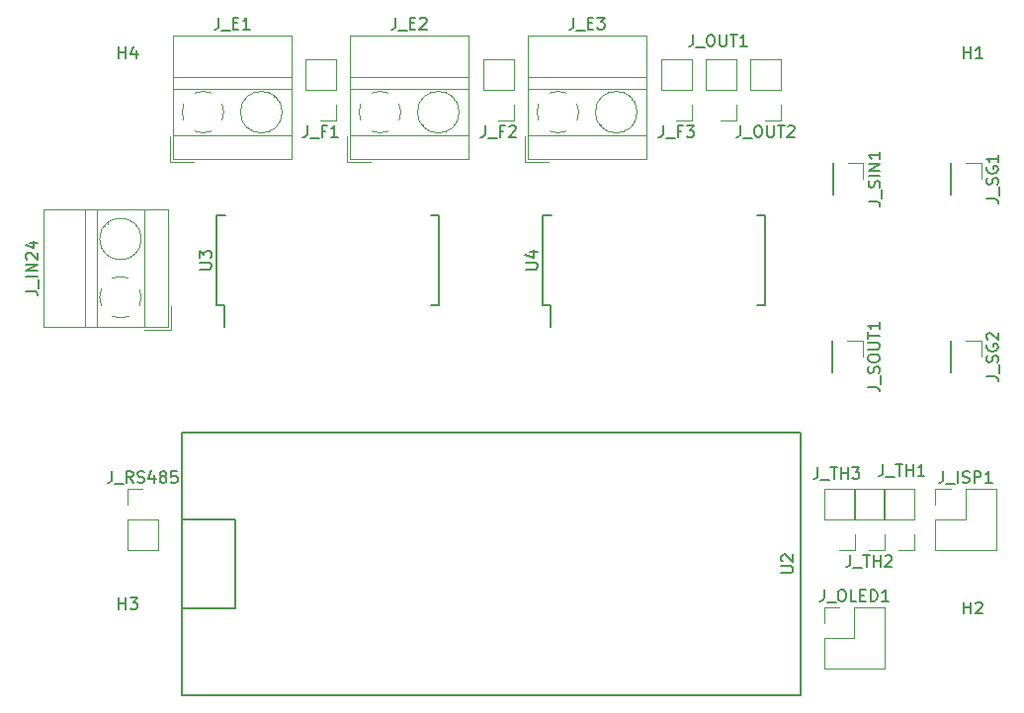
<source format=gbr>
G04 #@! TF.GenerationSoftware,KiCad,Pcbnew,(5.0.1-3-g963ef8bb5)*
G04 #@! TF.CreationDate,2019-10-11T12:22:28+03:00*
G04 #@! TF.ProjectId,thermocontrol,746865726D6F636F6E74726F6C2E6B69,rev?*
G04 #@! TF.SameCoordinates,Original*
G04 #@! TF.FileFunction,Legend,Top*
G04 #@! TF.FilePolarity,Positive*
%FSLAX46Y46*%
G04 Gerber Fmt 4.6, Leading zero omitted, Abs format (unit mm)*
G04 Created by KiCad (PCBNEW (5.0.1-3-g963ef8bb5)) date 2019 October 11, Friday 12:22:28*
%MOMM*%
%LPD*%
G01*
G04 APERTURE LIST*
%ADD10C,0.120000*%
%ADD11C,0.150000*%
G04 APERTURE END LIST*
D10*
G04 #@! TO.C,J_RS485*
X162500000Y-66735000D02*
X165160000Y-66735000D01*
X162500000Y-64135000D02*
X162500000Y-66735000D01*
X165160000Y-64135000D02*
X165160000Y-66735000D01*
X162500000Y-64135000D02*
X165160000Y-64135000D01*
X162500000Y-62865000D02*
X162500000Y-61535000D01*
X162500000Y-61535000D02*
X163830000Y-61535000D01*
G04 #@! TO.C,J_IN24*
X163563499Y-44389499D02*
G75*
G02X163705000Y-45085000I-1638499J-695501D01*
G01*
X161229484Y-43445795D02*
G75*
G02X162621000Y-43446000I695516J-1639205D01*
G01*
X160285795Y-45780516D02*
G75*
G02X160286000Y-44389000I1639205J695516D01*
G01*
X162620516Y-46724205D02*
G75*
G02X161229000Y-46724000I-695516J1639205D01*
G01*
X163705389Y-45054186D02*
G75*
G02X163564000Y-45781000I-1780389J-30814D01*
G01*
X163705000Y-40085000D02*
G75*
G03X163705000Y-40085000I-1780000J0D01*
G01*
X163925000Y-47645000D02*
X163925000Y-37525000D01*
X159925000Y-47645000D02*
X159925000Y-37525000D01*
X158925000Y-47645000D02*
X158925000Y-37525000D01*
X155365000Y-47645000D02*
X155365000Y-37525000D01*
X165985000Y-47645000D02*
X165985000Y-37525000D01*
X155365000Y-47645000D02*
X165985000Y-47645000D01*
X155365000Y-37525000D02*
X165985000Y-37525000D01*
X160792000Y-38735000D02*
X160842000Y-38784000D01*
X163250000Y-41193000D02*
X163275000Y-41217000D01*
X160575000Y-38952000D02*
X160599000Y-38977000D01*
X163008000Y-41385000D02*
X163058000Y-41435000D01*
X163985000Y-47885000D02*
X166225000Y-47885000D01*
X166225000Y-47885000D02*
X166225000Y-45885000D01*
D11*
G04 #@! TO.C,U2*
X220175000Y-79195000D02*
X167175000Y-79195000D01*
X220175000Y-56695000D02*
X220175000Y-79195000D01*
X167175000Y-56695000D02*
X220175000Y-56695000D01*
X167175000Y-79195000D02*
X167175000Y-56695000D01*
X171775000Y-64145000D02*
X167275000Y-64145000D01*
X171775000Y-71745000D02*
X171775000Y-64145000D01*
X167275000Y-71745000D02*
X171775000Y-71745000D01*
D10*
G04 #@! TO.C,J_ISP1*
X231715000Y-66735000D02*
X236915000Y-66735000D01*
X231715000Y-64135000D02*
X231715000Y-66735000D01*
X236915000Y-61535000D02*
X236915000Y-66735000D01*
X231715000Y-64135000D02*
X234315000Y-64135000D01*
X234315000Y-64135000D02*
X234315000Y-61535000D01*
X234315000Y-61535000D02*
X236915000Y-61535000D01*
X231715000Y-62865000D02*
X231715000Y-61535000D01*
X231715000Y-61535000D02*
X233045000Y-61535000D01*
G04 #@! TO.C,J_OUT2*
X218500000Y-29905000D02*
X217170000Y-29905000D01*
X218500000Y-28575000D02*
X218500000Y-29905000D01*
X218500000Y-27305000D02*
X215840000Y-27305000D01*
X215840000Y-27305000D02*
X215840000Y-24705000D01*
X218500000Y-27305000D02*
X218500000Y-24705000D01*
X218500000Y-24705000D02*
X215840000Y-24705000D01*
G04 #@! TO.C,J_OUT1*
X214690000Y-24705000D02*
X212030000Y-24705000D01*
X214690000Y-27305000D02*
X214690000Y-24705000D01*
X212030000Y-27305000D02*
X212030000Y-24705000D01*
X214690000Y-27305000D02*
X212030000Y-27305000D01*
X214690000Y-28575000D02*
X214690000Y-29905000D01*
X214690000Y-29905000D02*
X213360000Y-29905000D01*
G04 #@! TO.C,J_OLED1*
X222190000Y-76895000D02*
X227390000Y-76895000D01*
X222190000Y-74295000D02*
X222190000Y-76895000D01*
X227390000Y-71695000D02*
X227390000Y-76895000D01*
X222190000Y-74295000D02*
X224790000Y-74295000D01*
X224790000Y-74295000D02*
X224790000Y-71695000D01*
X224790000Y-71695000D02*
X227390000Y-71695000D01*
X222190000Y-73025000D02*
X222190000Y-71695000D01*
X222190000Y-71695000D02*
X223520000Y-71695000D01*
G04 #@! TO.C,J_SOUT1*
X225485000Y-48835000D02*
X225485000Y-50165000D01*
X224155000Y-48835000D02*
X225485000Y-48835000D01*
X222885000Y-48835000D02*
X222885000Y-51495000D01*
X222885000Y-51495000D02*
X222825000Y-51495000D01*
X222885000Y-48835000D02*
X222825000Y-48835000D01*
X222825000Y-48835000D02*
X222825000Y-51495000D01*
G04 #@! TO.C,J_SIN1*
X222885000Y-33595000D02*
X222885000Y-36255000D01*
X222945000Y-33595000D02*
X222885000Y-33595000D01*
X222945000Y-36255000D02*
X222885000Y-36255000D01*
X222945000Y-33595000D02*
X222945000Y-36255000D01*
X224215000Y-33595000D02*
X225545000Y-33595000D01*
X225545000Y-33595000D02*
X225545000Y-34925000D01*
G04 #@! TO.C,J_SG2*
X235645000Y-48835000D02*
X235645000Y-50165000D01*
X234315000Y-48835000D02*
X235645000Y-48835000D01*
X233045000Y-48835000D02*
X233045000Y-51495000D01*
X233045000Y-51495000D02*
X232985000Y-51495000D01*
X233045000Y-48835000D02*
X232985000Y-48835000D01*
X232985000Y-48835000D02*
X232985000Y-51495000D01*
G04 #@! TO.C,J_SG1*
X232985000Y-33595000D02*
X232985000Y-36255000D01*
X233045000Y-33595000D02*
X232985000Y-33595000D01*
X233045000Y-36255000D02*
X232985000Y-36255000D01*
X233045000Y-33595000D02*
X233045000Y-36255000D01*
X234315000Y-33595000D02*
X235645000Y-33595000D01*
X235645000Y-33595000D02*
X235645000Y-34925000D01*
G04 #@! TO.C,J_TH3*
X224850000Y-66735000D02*
X223520000Y-66735000D01*
X224850000Y-65405000D02*
X224850000Y-66735000D01*
X224850000Y-64135000D02*
X222190000Y-64135000D01*
X222190000Y-64135000D02*
X222190000Y-61535000D01*
X224850000Y-64135000D02*
X224850000Y-61535000D01*
X224850000Y-61535000D02*
X222190000Y-61535000D01*
G04 #@! TO.C,J_TH2*
X227390000Y-61535000D02*
X224730000Y-61535000D01*
X227390000Y-64135000D02*
X227390000Y-61535000D01*
X224730000Y-64135000D02*
X224730000Y-61535000D01*
X227390000Y-64135000D02*
X224730000Y-64135000D01*
X227390000Y-65405000D02*
X227390000Y-66735000D01*
X227390000Y-66735000D02*
X226060000Y-66735000D01*
G04 #@! TO.C,J_TH1*
X229930000Y-66735000D02*
X228600000Y-66735000D01*
X229930000Y-65405000D02*
X229930000Y-66735000D01*
X229930000Y-64135000D02*
X227270000Y-64135000D01*
X227270000Y-64135000D02*
X227270000Y-61535000D01*
X229930000Y-64135000D02*
X229930000Y-61535000D01*
X229930000Y-61535000D02*
X227270000Y-61535000D01*
G04 #@! TO.C,J_F3*
X210880000Y-24705000D02*
X208220000Y-24705000D01*
X210880000Y-27305000D02*
X210880000Y-24705000D01*
X208220000Y-27305000D02*
X208220000Y-24705000D01*
X210880000Y-27305000D02*
X208220000Y-27305000D01*
X210880000Y-28575000D02*
X210880000Y-29905000D01*
X210880000Y-29905000D02*
X209550000Y-29905000D01*
G04 #@! TO.C,J_F2*
X195640000Y-29905000D02*
X194310000Y-29905000D01*
X195640000Y-28575000D02*
X195640000Y-29905000D01*
X195640000Y-27305000D02*
X192980000Y-27305000D01*
X192980000Y-27305000D02*
X192980000Y-24705000D01*
X195640000Y-27305000D02*
X195640000Y-24705000D01*
X195640000Y-24705000D02*
X192980000Y-24705000D01*
G04 #@! TO.C,J_F1*
X180400000Y-24705000D02*
X177740000Y-24705000D01*
X180400000Y-27305000D02*
X180400000Y-24705000D01*
X177740000Y-27305000D02*
X177740000Y-24705000D01*
X180400000Y-27305000D02*
X177740000Y-27305000D01*
X180400000Y-28575000D02*
X180400000Y-29905000D01*
X180400000Y-29905000D02*
X179070000Y-29905000D01*
D11*
G04 #@! TO.C,U3*
X170830000Y-45785000D02*
X170830000Y-47610000D01*
X189230000Y-45785000D02*
X189230000Y-38035000D01*
X170180000Y-45785000D02*
X170180000Y-38035000D01*
X189230000Y-45785000D02*
X188485000Y-45785000D01*
X189230000Y-38035000D02*
X188485000Y-38035000D01*
X170180000Y-38035000D02*
X170925000Y-38035000D01*
X170180000Y-45785000D02*
X170830000Y-45785000D01*
G04 #@! TO.C,U4*
X198120000Y-45785000D02*
X198770000Y-45785000D01*
X198120000Y-38035000D02*
X198865000Y-38035000D01*
X217170000Y-38035000D02*
X216425000Y-38035000D01*
X217170000Y-45785000D02*
X216425000Y-45785000D01*
X198120000Y-45785000D02*
X198120000Y-38035000D01*
X217170000Y-45785000D02*
X217170000Y-38035000D01*
X198770000Y-45785000D02*
X198770000Y-47610000D01*
D10*
G04 #@! TO.C,J_E2*
X184845501Y-30848499D02*
G75*
G02X184150000Y-30990000I-695501J1638499D01*
G01*
X185789205Y-28514484D02*
G75*
G02X185789000Y-29906000I-1639205J-695516D01*
G01*
X183454484Y-27570795D02*
G75*
G02X184846000Y-27571000I695516J-1639205D01*
G01*
X182510795Y-29905516D02*
G75*
G02X182511000Y-28514000I1639205J695516D01*
G01*
X184180814Y-30990389D02*
G75*
G02X183454000Y-30849000I-30814J1780389D01*
G01*
X190930000Y-29210000D02*
G75*
G03X190930000Y-29210000I-1780000J0D01*
G01*
X181590000Y-31210000D02*
X191710000Y-31210000D01*
X181590000Y-27210000D02*
X191710000Y-27210000D01*
X181590000Y-26210000D02*
X191710000Y-26210000D01*
X181590000Y-22650000D02*
X191710000Y-22650000D01*
X181590000Y-33270000D02*
X191710000Y-33270000D01*
X181590000Y-22650000D02*
X181590000Y-33270000D01*
X191710000Y-22650000D02*
X191710000Y-33270000D01*
X190500000Y-28077000D02*
X190451000Y-28127000D01*
X188042000Y-30535000D02*
X188018000Y-30560000D01*
X190283000Y-27860000D02*
X190258000Y-27884000D01*
X187850000Y-30293000D02*
X187800000Y-30343000D01*
X181350000Y-31270000D02*
X181350000Y-33510000D01*
X181350000Y-33510000D02*
X183350000Y-33510000D01*
G04 #@! TO.C,J_E1*
X166190000Y-33510000D02*
X168190000Y-33510000D01*
X166190000Y-31270000D02*
X166190000Y-33510000D01*
X172690000Y-30293000D02*
X172640000Y-30343000D01*
X175123000Y-27860000D02*
X175098000Y-27884000D01*
X172882000Y-30535000D02*
X172858000Y-30560000D01*
X175340000Y-28077000D02*
X175291000Y-28127000D01*
X176550000Y-22650000D02*
X176550000Y-33270000D01*
X166430000Y-22650000D02*
X166430000Y-33270000D01*
X166430000Y-33270000D02*
X176550000Y-33270000D01*
X166430000Y-22650000D02*
X176550000Y-22650000D01*
X166430000Y-26210000D02*
X176550000Y-26210000D01*
X166430000Y-27210000D02*
X176550000Y-27210000D01*
X166430000Y-31210000D02*
X176550000Y-31210000D01*
X175770000Y-29210000D02*
G75*
G03X175770000Y-29210000I-1780000J0D01*
G01*
X169020814Y-30990389D02*
G75*
G02X168294000Y-30849000I-30814J1780389D01*
G01*
X167350795Y-29905516D02*
G75*
G02X167351000Y-28514000I1639205J695516D01*
G01*
X168294484Y-27570795D02*
G75*
G02X169686000Y-27571000I695516J-1639205D01*
G01*
X170629205Y-28514484D02*
G75*
G02X170629000Y-29906000I-1639205J-695516D01*
G01*
X169685501Y-30848499D02*
G75*
G02X168990000Y-30990000I-695501J1638499D01*
G01*
G04 #@! TO.C,J_E3*
X200085501Y-30848499D02*
G75*
G02X199390000Y-30990000I-695501J1638499D01*
G01*
X201029205Y-28514484D02*
G75*
G02X201029000Y-29906000I-1639205J-695516D01*
G01*
X198694484Y-27570795D02*
G75*
G02X200086000Y-27571000I695516J-1639205D01*
G01*
X197750795Y-29905516D02*
G75*
G02X197751000Y-28514000I1639205J695516D01*
G01*
X199420814Y-30990389D02*
G75*
G02X198694000Y-30849000I-30814J1780389D01*
G01*
X206170000Y-29210000D02*
G75*
G03X206170000Y-29210000I-1780000J0D01*
G01*
X196830000Y-31210000D02*
X206950000Y-31210000D01*
X196830000Y-27210000D02*
X206950000Y-27210000D01*
X196830000Y-26210000D02*
X206950000Y-26210000D01*
X196830000Y-22650000D02*
X206950000Y-22650000D01*
X196830000Y-33270000D02*
X206950000Y-33270000D01*
X196830000Y-22650000D02*
X196830000Y-33270000D01*
X206950000Y-22650000D02*
X206950000Y-33270000D01*
X205740000Y-28077000D02*
X205691000Y-28127000D01*
X203282000Y-30535000D02*
X203258000Y-30560000D01*
X205523000Y-27860000D02*
X205498000Y-27884000D01*
X203090000Y-30293000D02*
X203040000Y-30343000D01*
X196590000Y-31270000D02*
X196590000Y-33510000D01*
X196590000Y-33510000D02*
X198590000Y-33510000D01*
G04 #@! TO.C,J_RS485*
D11*
X161187142Y-59987380D02*
X161187142Y-60701666D01*
X161139523Y-60844523D01*
X161044285Y-60939761D01*
X160901428Y-60987380D01*
X160806190Y-60987380D01*
X161425238Y-61082619D02*
X162187142Y-61082619D01*
X162996666Y-60987380D02*
X162663333Y-60511190D01*
X162425238Y-60987380D02*
X162425238Y-59987380D01*
X162806190Y-59987380D01*
X162901428Y-60035000D01*
X162949047Y-60082619D01*
X162996666Y-60177857D01*
X162996666Y-60320714D01*
X162949047Y-60415952D01*
X162901428Y-60463571D01*
X162806190Y-60511190D01*
X162425238Y-60511190D01*
X163377619Y-60939761D02*
X163520476Y-60987380D01*
X163758571Y-60987380D01*
X163853809Y-60939761D01*
X163901428Y-60892142D01*
X163949047Y-60796904D01*
X163949047Y-60701666D01*
X163901428Y-60606428D01*
X163853809Y-60558809D01*
X163758571Y-60511190D01*
X163568095Y-60463571D01*
X163472857Y-60415952D01*
X163425238Y-60368333D01*
X163377619Y-60273095D01*
X163377619Y-60177857D01*
X163425238Y-60082619D01*
X163472857Y-60035000D01*
X163568095Y-59987380D01*
X163806190Y-59987380D01*
X163949047Y-60035000D01*
X164806190Y-60320714D02*
X164806190Y-60987380D01*
X164568095Y-59939761D02*
X164330000Y-60654047D01*
X164949047Y-60654047D01*
X165472857Y-60415952D02*
X165377619Y-60368333D01*
X165330000Y-60320714D01*
X165282380Y-60225476D01*
X165282380Y-60177857D01*
X165330000Y-60082619D01*
X165377619Y-60035000D01*
X165472857Y-59987380D01*
X165663333Y-59987380D01*
X165758571Y-60035000D01*
X165806190Y-60082619D01*
X165853809Y-60177857D01*
X165853809Y-60225476D01*
X165806190Y-60320714D01*
X165758571Y-60368333D01*
X165663333Y-60415952D01*
X165472857Y-60415952D01*
X165377619Y-60463571D01*
X165330000Y-60511190D01*
X165282380Y-60606428D01*
X165282380Y-60796904D01*
X165330000Y-60892142D01*
X165377619Y-60939761D01*
X165472857Y-60987380D01*
X165663333Y-60987380D01*
X165758571Y-60939761D01*
X165806190Y-60892142D01*
X165853809Y-60796904D01*
X165853809Y-60606428D01*
X165806190Y-60511190D01*
X165758571Y-60463571D01*
X165663333Y-60415952D01*
X166758571Y-59987380D02*
X166282380Y-59987380D01*
X166234761Y-60463571D01*
X166282380Y-60415952D01*
X166377619Y-60368333D01*
X166615714Y-60368333D01*
X166710952Y-60415952D01*
X166758571Y-60463571D01*
X166806190Y-60558809D01*
X166806190Y-60796904D01*
X166758571Y-60892142D01*
X166710952Y-60939761D01*
X166615714Y-60987380D01*
X166377619Y-60987380D01*
X166282380Y-60939761D01*
X166234761Y-60892142D01*
G04 #@! TO.C,J_IN24*
X153817380Y-44537380D02*
X154531666Y-44537380D01*
X154674523Y-44585000D01*
X154769761Y-44680238D01*
X154817380Y-44823095D01*
X154817380Y-44918333D01*
X154912619Y-44299285D02*
X154912619Y-43537380D01*
X154817380Y-43299285D02*
X153817380Y-43299285D01*
X154817380Y-42823095D02*
X153817380Y-42823095D01*
X154817380Y-42251666D01*
X153817380Y-42251666D01*
X153912619Y-41823095D02*
X153865000Y-41775476D01*
X153817380Y-41680238D01*
X153817380Y-41442142D01*
X153865000Y-41346904D01*
X153912619Y-41299285D01*
X154007857Y-41251666D01*
X154103095Y-41251666D01*
X154245952Y-41299285D01*
X154817380Y-41870714D01*
X154817380Y-41251666D01*
X154150714Y-40394523D02*
X154817380Y-40394523D01*
X153769761Y-40632619D02*
X154484047Y-40870714D01*
X154484047Y-40251666D01*
G04 #@! TO.C,U2*
X218527380Y-68706904D02*
X219336904Y-68706904D01*
X219432142Y-68659285D01*
X219479761Y-68611666D01*
X219527380Y-68516428D01*
X219527380Y-68325952D01*
X219479761Y-68230714D01*
X219432142Y-68183095D01*
X219336904Y-68135476D01*
X218527380Y-68135476D01*
X218622619Y-67706904D02*
X218575000Y-67659285D01*
X218527380Y-67564047D01*
X218527380Y-67325952D01*
X218575000Y-67230714D01*
X218622619Y-67183095D01*
X218717857Y-67135476D01*
X218813095Y-67135476D01*
X218955952Y-67183095D01*
X219527380Y-67754523D01*
X219527380Y-67135476D01*
G04 #@! TO.C,J_ISP1*
X232386428Y-59987380D02*
X232386428Y-60701666D01*
X232338809Y-60844523D01*
X232243571Y-60939761D01*
X232100714Y-60987380D01*
X232005476Y-60987380D01*
X232624523Y-61082619D02*
X233386428Y-61082619D01*
X233624523Y-60987380D02*
X233624523Y-59987380D01*
X234053095Y-60939761D02*
X234195952Y-60987380D01*
X234434047Y-60987380D01*
X234529285Y-60939761D01*
X234576904Y-60892142D01*
X234624523Y-60796904D01*
X234624523Y-60701666D01*
X234576904Y-60606428D01*
X234529285Y-60558809D01*
X234434047Y-60511190D01*
X234243571Y-60463571D01*
X234148333Y-60415952D01*
X234100714Y-60368333D01*
X234053095Y-60273095D01*
X234053095Y-60177857D01*
X234100714Y-60082619D01*
X234148333Y-60035000D01*
X234243571Y-59987380D01*
X234481666Y-59987380D01*
X234624523Y-60035000D01*
X235053095Y-60987380D02*
X235053095Y-59987380D01*
X235434047Y-59987380D01*
X235529285Y-60035000D01*
X235576904Y-60082619D01*
X235624523Y-60177857D01*
X235624523Y-60320714D01*
X235576904Y-60415952D01*
X235529285Y-60463571D01*
X235434047Y-60511190D01*
X235053095Y-60511190D01*
X236576904Y-60987380D02*
X236005476Y-60987380D01*
X236291190Y-60987380D02*
X236291190Y-59987380D01*
X236195952Y-60130238D01*
X236100714Y-60225476D01*
X236005476Y-60273095D01*
G04 #@! TO.C,J_OUT2*
X215027142Y-30357380D02*
X215027142Y-31071666D01*
X214979523Y-31214523D01*
X214884285Y-31309761D01*
X214741428Y-31357380D01*
X214646190Y-31357380D01*
X215265238Y-31452619D02*
X216027142Y-31452619D01*
X216455714Y-30357380D02*
X216646190Y-30357380D01*
X216741428Y-30405000D01*
X216836666Y-30500238D01*
X216884285Y-30690714D01*
X216884285Y-31024047D01*
X216836666Y-31214523D01*
X216741428Y-31309761D01*
X216646190Y-31357380D01*
X216455714Y-31357380D01*
X216360476Y-31309761D01*
X216265238Y-31214523D01*
X216217619Y-31024047D01*
X216217619Y-30690714D01*
X216265238Y-30500238D01*
X216360476Y-30405000D01*
X216455714Y-30357380D01*
X217312857Y-30357380D02*
X217312857Y-31166904D01*
X217360476Y-31262142D01*
X217408095Y-31309761D01*
X217503333Y-31357380D01*
X217693809Y-31357380D01*
X217789047Y-31309761D01*
X217836666Y-31262142D01*
X217884285Y-31166904D01*
X217884285Y-30357380D01*
X218217619Y-30357380D02*
X218789047Y-30357380D01*
X218503333Y-31357380D02*
X218503333Y-30357380D01*
X219074761Y-30452619D02*
X219122380Y-30405000D01*
X219217619Y-30357380D01*
X219455714Y-30357380D01*
X219550952Y-30405000D01*
X219598571Y-30452619D01*
X219646190Y-30547857D01*
X219646190Y-30643095D01*
X219598571Y-30785952D01*
X219027142Y-31357380D01*
X219646190Y-31357380D01*
G04 #@! TO.C,J_OUT1*
X210963142Y-22566380D02*
X210963142Y-23280666D01*
X210915523Y-23423523D01*
X210820285Y-23518761D01*
X210677428Y-23566380D01*
X210582190Y-23566380D01*
X211201238Y-23661619D02*
X211963142Y-23661619D01*
X212391714Y-22566380D02*
X212582190Y-22566380D01*
X212677428Y-22614000D01*
X212772666Y-22709238D01*
X212820285Y-22899714D01*
X212820285Y-23233047D01*
X212772666Y-23423523D01*
X212677428Y-23518761D01*
X212582190Y-23566380D01*
X212391714Y-23566380D01*
X212296476Y-23518761D01*
X212201238Y-23423523D01*
X212153619Y-23233047D01*
X212153619Y-22899714D01*
X212201238Y-22709238D01*
X212296476Y-22614000D01*
X212391714Y-22566380D01*
X213248857Y-22566380D02*
X213248857Y-23375904D01*
X213296476Y-23471142D01*
X213344095Y-23518761D01*
X213439333Y-23566380D01*
X213629809Y-23566380D01*
X213725047Y-23518761D01*
X213772666Y-23471142D01*
X213820285Y-23375904D01*
X213820285Y-22566380D01*
X214153619Y-22566380D02*
X214725047Y-22566380D01*
X214439333Y-23566380D02*
X214439333Y-22566380D01*
X215582190Y-23566380D02*
X215010761Y-23566380D01*
X215296476Y-23566380D02*
X215296476Y-22566380D01*
X215201238Y-22709238D01*
X215106000Y-22804476D01*
X215010761Y-22852095D01*
G04 #@! TO.C,J_OLED1*
X222194761Y-70147380D02*
X222194761Y-70861666D01*
X222147142Y-71004523D01*
X222051904Y-71099761D01*
X221909047Y-71147380D01*
X221813809Y-71147380D01*
X222432857Y-71242619D02*
X223194761Y-71242619D01*
X223623333Y-70147380D02*
X223813809Y-70147380D01*
X223909047Y-70195000D01*
X224004285Y-70290238D01*
X224051904Y-70480714D01*
X224051904Y-70814047D01*
X224004285Y-71004523D01*
X223909047Y-71099761D01*
X223813809Y-71147380D01*
X223623333Y-71147380D01*
X223528095Y-71099761D01*
X223432857Y-71004523D01*
X223385238Y-70814047D01*
X223385238Y-70480714D01*
X223432857Y-70290238D01*
X223528095Y-70195000D01*
X223623333Y-70147380D01*
X224956666Y-71147380D02*
X224480476Y-71147380D01*
X224480476Y-70147380D01*
X225290000Y-70623571D02*
X225623333Y-70623571D01*
X225766190Y-71147380D02*
X225290000Y-71147380D01*
X225290000Y-70147380D01*
X225766190Y-70147380D01*
X226194761Y-71147380D02*
X226194761Y-70147380D01*
X226432857Y-70147380D01*
X226575714Y-70195000D01*
X226670952Y-70290238D01*
X226718571Y-70385476D01*
X226766190Y-70575952D01*
X226766190Y-70718809D01*
X226718571Y-70909285D01*
X226670952Y-71004523D01*
X226575714Y-71099761D01*
X226432857Y-71147380D01*
X226194761Y-71147380D01*
X227718571Y-71147380D02*
X227147142Y-71147380D01*
X227432857Y-71147380D02*
X227432857Y-70147380D01*
X227337619Y-70290238D01*
X227242380Y-70385476D01*
X227147142Y-70433095D01*
G04 #@! TO.C,J_SOUT1*
X225937380Y-52784047D02*
X226651666Y-52784047D01*
X226794523Y-52831666D01*
X226889761Y-52926904D01*
X226937380Y-53069761D01*
X226937380Y-53165000D01*
X227032619Y-52545952D02*
X227032619Y-51784047D01*
X226889761Y-51593571D02*
X226937380Y-51450714D01*
X226937380Y-51212619D01*
X226889761Y-51117380D01*
X226842142Y-51069761D01*
X226746904Y-51022142D01*
X226651666Y-51022142D01*
X226556428Y-51069761D01*
X226508809Y-51117380D01*
X226461190Y-51212619D01*
X226413571Y-51403095D01*
X226365952Y-51498333D01*
X226318333Y-51545952D01*
X226223095Y-51593571D01*
X226127857Y-51593571D01*
X226032619Y-51545952D01*
X225985000Y-51498333D01*
X225937380Y-51403095D01*
X225937380Y-51165000D01*
X225985000Y-51022142D01*
X225937380Y-50403095D02*
X225937380Y-50212619D01*
X225985000Y-50117380D01*
X226080238Y-50022142D01*
X226270714Y-49974523D01*
X226604047Y-49974523D01*
X226794523Y-50022142D01*
X226889761Y-50117380D01*
X226937380Y-50212619D01*
X226937380Y-50403095D01*
X226889761Y-50498333D01*
X226794523Y-50593571D01*
X226604047Y-50641190D01*
X226270714Y-50641190D01*
X226080238Y-50593571D01*
X225985000Y-50498333D01*
X225937380Y-50403095D01*
X225937380Y-49545952D02*
X226746904Y-49545952D01*
X226842142Y-49498333D01*
X226889761Y-49450714D01*
X226937380Y-49355476D01*
X226937380Y-49165000D01*
X226889761Y-49069761D01*
X226842142Y-49022142D01*
X226746904Y-48974523D01*
X225937380Y-48974523D01*
X225937380Y-48641190D02*
X225937380Y-48069761D01*
X226937380Y-48355476D02*
X225937380Y-48355476D01*
X226937380Y-47212619D02*
X226937380Y-47784047D01*
X226937380Y-47498333D02*
X225937380Y-47498333D01*
X226080238Y-47593571D01*
X226175476Y-47688809D01*
X226223095Y-47784047D01*
G04 #@! TO.C,J_SIN1*
X225997380Y-36877380D02*
X226711666Y-36877380D01*
X226854523Y-36925000D01*
X226949761Y-37020238D01*
X226997380Y-37163095D01*
X226997380Y-37258333D01*
X227092619Y-36639285D02*
X227092619Y-35877380D01*
X226949761Y-35686904D02*
X226997380Y-35544047D01*
X226997380Y-35305952D01*
X226949761Y-35210714D01*
X226902142Y-35163095D01*
X226806904Y-35115476D01*
X226711666Y-35115476D01*
X226616428Y-35163095D01*
X226568809Y-35210714D01*
X226521190Y-35305952D01*
X226473571Y-35496428D01*
X226425952Y-35591666D01*
X226378333Y-35639285D01*
X226283095Y-35686904D01*
X226187857Y-35686904D01*
X226092619Y-35639285D01*
X226045000Y-35591666D01*
X225997380Y-35496428D01*
X225997380Y-35258333D01*
X226045000Y-35115476D01*
X226997380Y-34686904D02*
X225997380Y-34686904D01*
X226997380Y-34210714D02*
X225997380Y-34210714D01*
X226997380Y-33639285D01*
X225997380Y-33639285D01*
X226997380Y-32639285D02*
X226997380Y-33210714D01*
X226997380Y-32925000D02*
X225997380Y-32925000D01*
X226140238Y-33020238D01*
X226235476Y-33115476D01*
X226283095Y-33210714D01*
G04 #@! TO.C,J_SG2*
X236097380Y-51855476D02*
X236811666Y-51855476D01*
X236954523Y-51903095D01*
X237049761Y-51998333D01*
X237097380Y-52141190D01*
X237097380Y-52236428D01*
X237192619Y-51617380D02*
X237192619Y-50855476D01*
X237049761Y-50665000D02*
X237097380Y-50522142D01*
X237097380Y-50284047D01*
X237049761Y-50188809D01*
X237002142Y-50141190D01*
X236906904Y-50093571D01*
X236811666Y-50093571D01*
X236716428Y-50141190D01*
X236668809Y-50188809D01*
X236621190Y-50284047D01*
X236573571Y-50474523D01*
X236525952Y-50569761D01*
X236478333Y-50617380D01*
X236383095Y-50665000D01*
X236287857Y-50665000D01*
X236192619Y-50617380D01*
X236145000Y-50569761D01*
X236097380Y-50474523D01*
X236097380Y-50236428D01*
X236145000Y-50093571D01*
X236145000Y-49141190D02*
X236097380Y-49236428D01*
X236097380Y-49379285D01*
X236145000Y-49522142D01*
X236240238Y-49617380D01*
X236335476Y-49665000D01*
X236525952Y-49712619D01*
X236668809Y-49712619D01*
X236859285Y-49665000D01*
X236954523Y-49617380D01*
X237049761Y-49522142D01*
X237097380Y-49379285D01*
X237097380Y-49284047D01*
X237049761Y-49141190D01*
X237002142Y-49093571D01*
X236668809Y-49093571D01*
X236668809Y-49284047D01*
X236192619Y-48712619D02*
X236145000Y-48665000D01*
X236097380Y-48569761D01*
X236097380Y-48331666D01*
X236145000Y-48236428D01*
X236192619Y-48188809D01*
X236287857Y-48141190D01*
X236383095Y-48141190D01*
X236525952Y-48188809D01*
X237097380Y-48760238D01*
X237097380Y-48141190D01*
G04 #@! TO.C,J_SG1*
X236097380Y-36615476D02*
X236811666Y-36615476D01*
X236954523Y-36663095D01*
X237049761Y-36758333D01*
X237097380Y-36901190D01*
X237097380Y-36996428D01*
X237192619Y-36377380D02*
X237192619Y-35615476D01*
X237049761Y-35425000D02*
X237097380Y-35282142D01*
X237097380Y-35044047D01*
X237049761Y-34948809D01*
X237002142Y-34901190D01*
X236906904Y-34853571D01*
X236811666Y-34853571D01*
X236716428Y-34901190D01*
X236668809Y-34948809D01*
X236621190Y-35044047D01*
X236573571Y-35234523D01*
X236525952Y-35329761D01*
X236478333Y-35377380D01*
X236383095Y-35425000D01*
X236287857Y-35425000D01*
X236192619Y-35377380D01*
X236145000Y-35329761D01*
X236097380Y-35234523D01*
X236097380Y-34996428D01*
X236145000Y-34853571D01*
X236145000Y-33901190D02*
X236097380Y-33996428D01*
X236097380Y-34139285D01*
X236145000Y-34282142D01*
X236240238Y-34377380D01*
X236335476Y-34425000D01*
X236525952Y-34472619D01*
X236668809Y-34472619D01*
X236859285Y-34425000D01*
X236954523Y-34377380D01*
X237049761Y-34282142D01*
X237097380Y-34139285D01*
X237097380Y-34044047D01*
X237049761Y-33901190D01*
X237002142Y-33853571D01*
X236668809Y-33853571D01*
X236668809Y-34044047D01*
X237097380Y-32901190D02*
X237097380Y-33472619D01*
X237097380Y-33186904D02*
X236097380Y-33186904D01*
X236240238Y-33282142D01*
X236335476Y-33377380D01*
X236383095Y-33472619D01*
G04 #@! TO.C,J_TH3*
X221646952Y-59650380D02*
X221646952Y-60364666D01*
X221599333Y-60507523D01*
X221504095Y-60602761D01*
X221361238Y-60650380D01*
X221266000Y-60650380D01*
X221885047Y-60745619D02*
X222646952Y-60745619D01*
X222742190Y-59650380D02*
X223313619Y-59650380D01*
X223027904Y-60650380D02*
X223027904Y-59650380D01*
X223646952Y-60650380D02*
X223646952Y-59650380D01*
X223646952Y-60126571D02*
X224218380Y-60126571D01*
X224218380Y-60650380D02*
X224218380Y-59650380D01*
X224599333Y-59650380D02*
X225218380Y-59650380D01*
X224885047Y-60031333D01*
X225027904Y-60031333D01*
X225123142Y-60078952D01*
X225170761Y-60126571D01*
X225218380Y-60221809D01*
X225218380Y-60459904D01*
X225170761Y-60555142D01*
X225123142Y-60602761D01*
X225027904Y-60650380D01*
X224742190Y-60650380D01*
X224646952Y-60602761D01*
X224599333Y-60555142D01*
G04 #@! TO.C,J_TH2*
X224440952Y-67187380D02*
X224440952Y-67901666D01*
X224393333Y-68044523D01*
X224298095Y-68139761D01*
X224155238Y-68187380D01*
X224060000Y-68187380D01*
X224679047Y-68282619D02*
X225440952Y-68282619D01*
X225536190Y-67187380D02*
X226107619Y-67187380D01*
X225821904Y-68187380D02*
X225821904Y-67187380D01*
X226440952Y-68187380D02*
X226440952Y-67187380D01*
X226440952Y-67663571D02*
X227012380Y-67663571D01*
X227012380Y-68187380D02*
X227012380Y-67187380D01*
X227440952Y-67282619D02*
X227488571Y-67235000D01*
X227583809Y-67187380D01*
X227821904Y-67187380D01*
X227917142Y-67235000D01*
X227964761Y-67282619D01*
X228012380Y-67377857D01*
X228012380Y-67473095D01*
X227964761Y-67615952D01*
X227393333Y-68187380D01*
X228012380Y-68187380D01*
G04 #@! TO.C,J_TH1*
X227234952Y-59396380D02*
X227234952Y-60110666D01*
X227187333Y-60253523D01*
X227092095Y-60348761D01*
X226949238Y-60396380D01*
X226854000Y-60396380D01*
X227473047Y-60491619D02*
X228234952Y-60491619D01*
X228330190Y-59396380D02*
X228901619Y-59396380D01*
X228615904Y-60396380D02*
X228615904Y-59396380D01*
X229234952Y-60396380D02*
X229234952Y-59396380D01*
X229234952Y-59872571D02*
X229806380Y-59872571D01*
X229806380Y-60396380D02*
X229806380Y-59396380D01*
X230806380Y-60396380D02*
X230234952Y-60396380D01*
X230520666Y-60396380D02*
X230520666Y-59396380D01*
X230425428Y-59539238D01*
X230330190Y-59634476D01*
X230234952Y-59682095D01*
G04 #@! TO.C,J_F3*
X208407142Y-30357380D02*
X208407142Y-31071666D01*
X208359523Y-31214523D01*
X208264285Y-31309761D01*
X208121428Y-31357380D01*
X208026190Y-31357380D01*
X208645238Y-31452619D02*
X209407142Y-31452619D01*
X209978571Y-30833571D02*
X209645238Y-30833571D01*
X209645238Y-31357380D02*
X209645238Y-30357380D01*
X210121428Y-30357380D01*
X210407142Y-30357380D02*
X211026190Y-30357380D01*
X210692857Y-30738333D01*
X210835714Y-30738333D01*
X210930952Y-30785952D01*
X210978571Y-30833571D01*
X211026190Y-30928809D01*
X211026190Y-31166904D01*
X210978571Y-31262142D01*
X210930952Y-31309761D01*
X210835714Y-31357380D01*
X210550000Y-31357380D01*
X210454761Y-31309761D01*
X210407142Y-31262142D01*
G04 #@! TO.C,J_F2*
X193167142Y-30357380D02*
X193167142Y-31071666D01*
X193119523Y-31214523D01*
X193024285Y-31309761D01*
X192881428Y-31357380D01*
X192786190Y-31357380D01*
X193405238Y-31452619D02*
X194167142Y-31452619D01*
X194738571Y-30833571D02*
X194405238Y-30833571D01*
X194405238Y-31357380D02*
X194405238Y-30357380D01*
X194881428Y-30357380D01*
X195214761Y-30452619D02*
X195262380Y-30405000D01*
X195357619Y-30357380D01*
X195595714Y-30357380D01*
X195690952Y-30405000D01*
X195738571Y-30452619D01*
X195786190Y-30547857D01*
X195786190Y-30643095D01*
X195738571Y-30785952D01*
X195167142Y-31357380D01*
X195786190Y-31357380D01*
G04 #@! TO.C,J_F1*
X177927142Y-30357380D02*
X177927142Y-31071666D01*
X177879523Y-31214523D01*
X177784285Y-31309761D01*
X177641428Y-31357380D01*
X177546190Y-31357380D01*
X178165238Y-31452619D02*
X178927142Y-31452619D01*
X179498571Y-30833571D02*
X179165238Y-30833571D01*
X179165238Y-31357380D02*
X179165238Y-30357380D01*
X179641428Y-30357380D01*
X180546190Y-31357380D02*
X179974761Y-31357380D01*
X180260476Y-31357380D02*
X180260476Y-30357380D01*
X180165238Y-30500238D01*
X180070000Y-30595476D01*
X179974761Y-30643095D01*
G04 #@! TO.C,U3*
X168707380Y-42671904D02*
X169516904Y-42671904D01*
X169612142Y-42624285D01*
X169659761Y-42576666D01*
X169707380Y-42481428D01*
X169707380Y-42290952D01*
X169659761Y-42195714D01*
X169612142Y-42148095D01*
X169516904Y-42100476D01*
X168707380Y-42100476D01*
X168707380Y-41719523D02*
X168707380Y-41100476D01*
X169088333Y-41433809D01*
X169088333Y-41290952D01*
X169135952Y-41195714D01*
X169183571Y-41148095D01*
X169278809Y-41100476D01*
X169516904Y-41100476D01*
X169612142Y-41148095D01*
X169659761Y-41195714D01*
X169707380Y-41290952D01*
X169707380Y-41576666D01*
X169659761Y-41671904D01*
X169612142Y-41719523D01*
G04 #@! TO.C,U4*
X196647380Y-42671904D02*
X197456904Y-42671904D01*
X197552142Y-42624285D01*
X197599761Y-42576666D01*
X197647380Y-42481428D01*
X197647380Y-42290952D01*
X197599761Y-42195714D01*
X197552142Y-42148095D01*
X197456904Y-42100476D01*
X196647380Y-42100476D01*
X196980714Y-41195714D02*
X197647380Y-41195714D01*
X196599761Y-41433809D02*
X197314047Y-41671904D01*
X197314047Y-41052857D01*
G04 #@! TO.C,J_E2*
X185483333Y-21102380D02*
X185483333Y-21816666D01*
X185435714Y-21959523D01*
X185340476Y-22054761D01*
X185197619Y-22102380D01*
X185102380Y-22102380D01*
X185721428Y-22197619D02*
X186483333Y-22197619D01*
X186721428Y-21578571D02*
X187054761Y-21578571D01*
X187197619Y-22102380D02*
X186721428Y-22102380D01*
X186721428Y-21102380D01*
X187197619Y-21102380D01*
X187578571Y-21197619D02*
X187626190Y-21150000D01*
X187721428Y-21102380D01*
X187959523Y-21102380D01*
X188054761Y-21150000D01*
X188102380Y-21197619D01*
X188150000Y-21292857D01*
X188150000Y-21388095D01*
X188102380Y-21530952D01*
X187530952Y-22102380D01*
X188150000Y-22102380D01*
G04 #@! TO.C,J_E1*
X170323333Y-21102380D02*
X170323333Y-21816666D01*
X170275714Y-21959523D01*
X170180476Y-22054761D01*
X170037619Y-22102380D01*
X169942380Y-22102380D01*
X170561428Y-22197619D02*
X171323333Y-22197619D01*
X171561428Y-21578571D02*
X171894761Y-21578571D01*
X172037619Y-22102380D02*
X171561428Y-22102380D01*
X171561428Y-21102380D01*
X172037619Y-21102380D01*
X172990000Y-22102380D02*
X172418571Y-22102380D01*
X172704285Y-22102380D02*
X172704285Y-21102380D01*
X172609047Y-21245238D01*
X172513809Y-21340476D01*
X172418571Y-21388095D01*
G04 #@! TO.C,J_E3*
X200723333Y-21102380D02*
X200723333Y-21816666D01*
X200675714Y-21959523D01*
X200580476Y-22054761D01*
X200437619Y-22102380D01*
X200342380Y-22102380D01*
X200961428Y-22197619D02*
X201723333Y-22197619D01*
X201961428Y-21578571D02*
X202294761Y-21578571D01*
X202437619Y-22102380D02*
X201961428Y-22102380D01*
X201961428Y-21102380D01*
X202437619Y-21102380D01*
X202770952Y-21102380D02*
X203390000Y-21102380D01*
X203056666Y-21483333D01*
X203199523Y-21483333D01*
X203294761Y-21530952D01*
X203342380Y-21578571D01*
X203390000Y-21673809D01*
X203390000Y-21911904D01*
X203342380Y-22007142D01*
X203294761Y-22054761D01*
X203199523Y-22102380D01*
X202913809Y-22102380D01*
X202818571Y-22054761D01*
X202770952Y-22007142D01*
G04 #@! TO.C,H4*
X161798095Y-24592380D02*
X161798095Y-23592380D01*
X161798095Y-24068571D02*
X162369523Y-24068571D01*
X162369523Y-24592380D02*
X162369523Y-23592380D01*
X163274285Y-23925714D02*
X163274285Y-24592380D01*
X163036190Y-23544761D02*
X162798095Y-24259047D01*
X163417142Y-24259047D01*
G04 #@! TO.C,H3*
X161798095Y-71826380D02*
X161798095Y-70826380D01*
X161798095Y-71302571D02*
X162369523Y-71302571D01*
X162369523Y-71826380D02*
X162369523Y-70826380D01*
X162750476Y-70826380D02*
X163369523Y-70826380D01*
X163036190Y-71207333D01*
X163179047Y-71207333D01*
X163274285Y-71254952D01*
X163321904Y-71302571D01*
X163369523Y-71397809D01*
X163369523Y-71635904D01*
X163321904Y-71731142D01*
X163274285Y-71778761D01*
X163179047Y-71826380D01*
X162893333Y-71826380D01*
X162798095Y-71778761D01*
X162750476Y-71731142D01*
G04 #@! TO.C,H2*
X234188095Y-72217380D02*
X234188095Y-71217380D01*
X234188095Y-71693571D02*
X234759523Y-71693571D01*
X234759523Y-72217380D02*
X234759523Y-71217380D01*
X235188095Y-71312619D02*
X235235714Y-71265000D01*
X235330952Y-71217380D01*
X235569047Y-71217380D01*
X235664285Y-71265000D01*
X235711904Y-71312619D01*
X235759523Y-71407857D01*
X235759523Y-71503095D01*
X235711904Y-71645952D01*
X235140476Y-72217380D01*
X235759523Y-72217380D01*
G04 #@! TO.C,H1*
X234188095Y-24592380D02*
X234188095Y-23592380D01*
X234188095Y-24068571D02*
X234759523Y-24068571D01*
X234759523Y-24592380D02*
X234759523Y-23592380D01*
X235759523Y-24592380D02*
X235188095Y-24592380D01*
X235473809Y-24592380D02*
X235473809Y-23592380D01*
X235378571Y-23735238D01*
X235283333Y-23830476D01*
X235188095Y-23878095D01*
G04 #@! TD*
M02*

</source>
